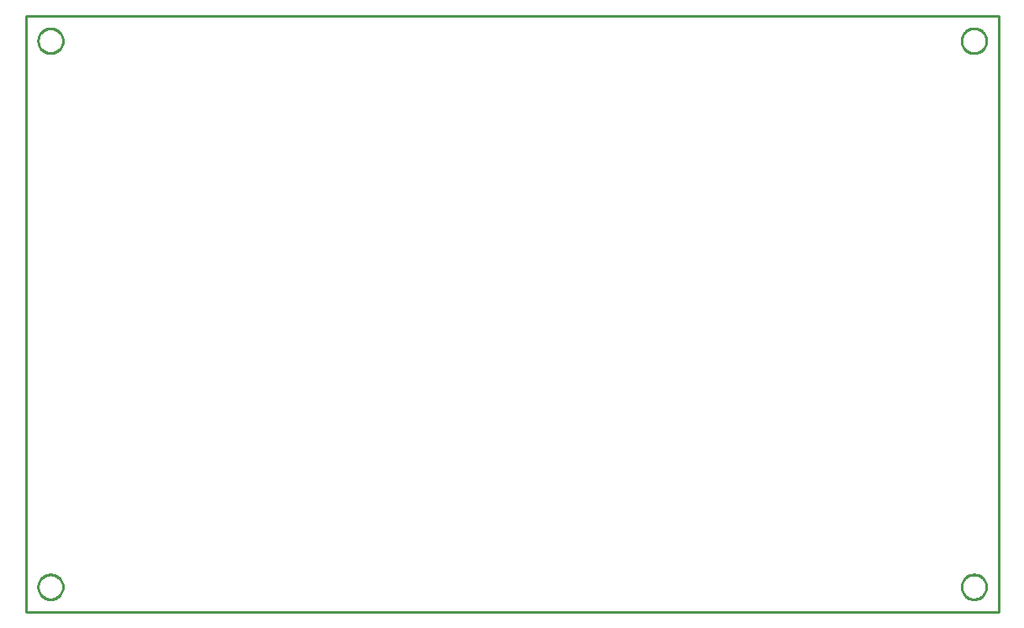
<source format=gbr>
G04 EAGLE Gerber RS-274X export*
G75*
%MOMM*%
%FSLAX34Y34*%
%LPD*%
%IN*%
%IPPOS*%
%AMOC8*
5,1,8,0,0,1.08239X$1,22.5*%
G01*
%ADD10C,0.254000*%


D10*
X0Y0D02*
X980000Y0D01*
X980000Y600000D01*
X0Y600000D01*
X0Y0D01*
X37500Y24509D02*
X37423Y23530D01*
X37269Y22560D01*
X37040Y21604D01*
X36736Y20670D01*
X36361Y19763D01*
X35915Y18888D01*
X35401Y18050D01*
X34824Y17255D01*
X34186Y16508D01*
X33492Y15814D01*
X32745Y15176D01*
X31950Y14599D01*
X31112Y14085D01*
X30237Y13639D01*
X29330Y13264D01*
X28396Y12960D01*
X27441Y12731D01*
X26470Y12577D01*
X25491Y12500D01*
X24509Y12500D01*
X23530Y12577D01*
X22560Y12731D01*
X21604Y12960D01*
X20670Y13264D01*
X19763Y13639D01*
X18888Y14085D01*
X18050Y14599D01*
X17255Y15176D01*
X16508Y15814D01*
X15814Y16508D01*
X15176Y17255D01*
X14599Y18050D01*
X14085Y18888D01*
X13639Y19763D01*
X13264Y20670D01*
X12960Y21604D01*
X12731Y22560D01*
X12577Y23530D01*
X12500Y24509D01*
X12500Y25491D01*
X12577Y26470D01*
X12731Y27441D01*
X12960Y28396D01*
X13264Y29330D01*
X13639Y30237D01*
X14085Y31112D01*
X14599Y31950D01*
X15176Y32745D01*
X15814Y33492D01*
X16508Y34186D01*
X17255Y34824D01*
X18050Y35401D01*
X18888Y35915D01*
X19763Y36361D01*
X20670Y36736D01*
X21604Y37040D01*
X22560Y37269D01*
X23530Y37423D01*
X24509Y37500D01*
X25491Y37500D01*
X26470Y37423D01*
X27441Y37269D01*
X28396Y37040D01*
X29330Y36736D01*
X30237Y36361D01*
X31112Y35915D01*
X31950Y35401D01*
X32745Y34824D01*
X33492Y34186D01*
X34186Y33492D01*
X34824Y32745D01*
X35401Y31950D01*
X35915Y31112D01*
X36361Y30237D01*
X36736Y29330D01*
X37040Y28396D01*
X37269Y27441D01*
X37423Y26470D01*
X37500Y25491D01*
X37500Y24509D01*
X37500Y574509D02*
X37423Y573530D01*
X37269Y572560D01*
X37040Y571604D01*
X36736Y570670D01*
X36361Y569763D01*
X35915Y568888D01*
X35401Y568050D01*
X34824Y567255D01*
X34186Y566508D01*
X33492Y565814D01*
X32745Y565176D01*
X31950Y564599D01*
X31112Y564085D01*
X30237Y563639D01*
X29330Y563264D01*
X28396Y562960D01*
X27441Y562731D01*
X26470Y562577D01*
X25491Y562500D01*
X24509Y562500D01*
X23530Y562577D01*
X22560Y562731D01*
X21604Y562960D01*
X20670Y563264D01*
X19763Y563639D01*
X18888Y564085D01*
X18050Y564599D01*
X17255Y565176D01*
X16508Y565814D01*
X15814Y566508D01*
X15176Y567255D01*
X14599Y568050D01*
X14085Y568888D01*
X13639Y569763D01*
X13264Y570670D01*
X12960Y571604D01*
X12731Y572560D01*
X12577Y573530D01*
X12500Y574509D01*
X12500Y575491D01*
X12577Y576470D01*
X12731Y577441D01*
X12960Y578396D01*
X13264Y579330D01*
X13639Y580237D01*
X14085Y581112D01*
X14599Y581950D01*
X15176Y582745D01*
X15814Y583492D01*
X16508Y584186D01*
X17255Y584824D01*
X18050Y585401D01*
X18888Y585915D01*
X19763Y586361D01*
X20670Y586736D01*
X21604Y587040D01*
X22560Y587269D01*
X23530Y587423D01*
X24509Y587500D01*
X25491Y587500D01*
X26470Y587423D01*
X27441Y587269D01*
X28396Y587040D01*
X29330Y586736D01*
X30237Y586361D01*
X31112Y585915D01*
X31950Y585401D01*
X32745Y584824D01*
X33492Y584186D01*
X34186Y583492D01*
X34824Y582745D01*
X35401Y581950D01*
X35915Y581112D01*
X36361Y580237D01*
X36736Y579330D01*
X37040Y578396D01*
X37269Y577441D01*
X37423Y576470D01*
X37500Y575491D01*
X37500Y574509D01*
X967500Y574509D02*
X967423Y573530D01*
X967269Y572560D01*
X967040Y571604D01*
X966736Y570670D01*
X966361Y569763D01*
X965915Y568888D01*
X965401Y568050D01*
X964824Y567255D01*
X964186Y566508D01*
X963492Y565814D01*
X962745Y565176D01*
X961950Y564599D01*
X961112Y564085D01*
X960237Y563639D01*
X959330Y563264D01*
X958396Y562960D01*
X957441Y562731D01*
X956470Y562577D01*
X955491Y562500D01*
X954509Y562500D01*
X953530Y562577D01*
X952560Y562731D01*
X951604Y562960D01*
X950670Y563264D01*
X949763Y563639D01*
X948888Y564085D01*
X948050Y564599D01*
X947255Y565176D01*
X946508Y565814D01*
X945814Y566508D01*
X945176Y567255D01*
X944599Y568050D01*
X944085Y568888D01*
X943639Y569763D01*
X943264Y570670D01*
X942960Y571604D01*
X942731Y572560D01*
X942577Y573530D01*
X942500Y574509D01*
X942500Y575491D01*
X942577Y576470D01*
X942731Y577441D01*
X942960Y578396D01*
X943264Y579330D01*
X943639Y580237D01*
X944085Y581112D01*
X944599Y581950D01*
X945176Y582745D01*
X945814Y583492D01*
X946508Y584186D01*
X947255Y584824D01*
X948050Y585401D01*
X948888Y585915D01*
X949763Y586361D01*
X950670Y586736D01*
X951604Y587040D01*
X952560Y587269D01*
X953530Y587423D01*
X954509Y587500D01*
X955491Y587500D01*
X956470Y587423D01*
X957441Y587269D01*
X958396Y587040D01*
X959330Y586736D01*
X960237Y586361D01*
X961112Y585915D01*
X961950Y585401D01*
X962745Y584824D01*
X963492Y584186D01*
X964186Y583492D01*
X964824Y582745D01*
X965401Y581950D01*
X965915Y581112D01*
X966361Y580237D01*
X966736Y579330D01*
X967040Y578396D01*
X967269Y577441D01*
X967423Y576470D01*
X967500Y575491D01*
X967500Y574509D01*
X967500Y24509D02*
X967423Y23530D01*
X967269Y22560D01*
X967040Y21604D01*
X966736Y20670D01*
X966361Y19763D01*
X965915Y18888D01*
X965401Y18050D01*
X964824Y17255D01*
X964186Y16508D01*
X963492Y15814D01*
X962745Y15176D01*
X961950Y14599D01*
X961112Y14085D01*
X960237Y13639D01*
X959330Y13264D01*
X958396Y12960D01*
X957441Y12731D01*
X956470Y12577D01*
X955491Y12500D01*
X954509Y12500D01*
X953530Y12577D01*
X952560Y12731D01*
X951604Y12960D01*
X950670Y13264D01*
X949763Y13639D01*
X948888Y14085D01*
X948050Y14599D01*
X947255Y15176D01*
X946508Y15814D01*
X945814Y16508D01*
X945176Y17255D01*
X944599Y18050D01*
X944085Y18888D01*
X943639Y19763D01*
X943264Y20670D01*
X942960Y21604D01*
X942731Y22560D01*
X942577Y23530D01*
X942500Y24509D01*
X942500Y25491D01*
X942577Y26470D01*
X942731Y27441D01*
X942960Y28396D01*
X943264Y29330D01*
X943639Y30237D01*
X944085Y31112D01*
X944599Y31950D01*
X945176Y32745D01*
X945814Y33492D01*
X946508Y34186D01*
X947255Y34824D01*
X948050Y35401D01*
X948888Y35915D01*
X949763Y36361D01*
X950670Y36736D01*
X951604Y37040D01*
X952560Y37269D01*
X953530Y37423D01*
X954509Y37500D01*
X955491Y37500D01*
X956470Y37423D01*
X957441Y37269D01*
X958396Y37040D01*
X959330Y36736D01*
X960237Y36361D01*
X961112Y35915D01*
X961950Y35401D01*
X962745Y34824D01*
X963492Y34186D01*
X964186Y33492D01*
X964824Y32745D01*
X965401Y31950D01*
X965915Y31112D01*
X966361Y30237D01*
X966736Y29330D01*
X967040Y28396D01*
X967269Y27441D01*
X967423Y26470D01*
X967500Y25491D01*
X967500Y24509D01*
M02*

</source>
